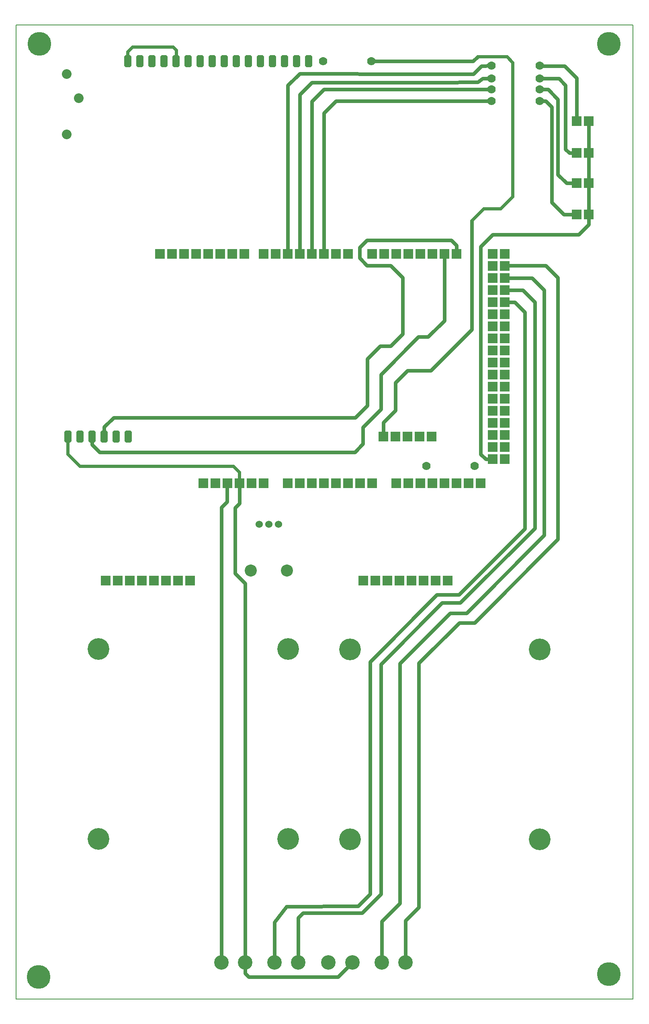
<source format=gbr>
G04 PROTEUS GERBER X2 FILE*
%TF.GenerationSoftware,Labcenter,Proteus,8.11-SP0-Build30052*%
%TF.CreationDate,2022-02-17T19:40:43+00:00*%
%TF.FileFunction,Copper,L1,Top*%
%TF.FilePolarity,Positive*%
%TF.Part,Single*%
%TF.SameCoordinates,{fa563668-36b4-49a2-8e21-0a91219477cd}*%
%FSLAX45Y45*%
%MOMM*%
G01*
%TA.AperFunction,NonConductor*%
%ADD10C,0.762000*%
%TA.AperFunction,Conductor*%
%ADD11C,0.635000*%
%ADD12C,0.762000*%
%TA.AperFunction,ComponentPad*%
%ADD13R,2.032000X2.032000*%
%TA.AperFunction,ComponentPad*%
%ADD14C,4.572000*%
%TA.AperFunction,ComponentPad*%
%ADD15C,3.048000*%
%AMDIL006*
4,1,8,
-0.762000,0.965200,-0.457200,1.270000,0.457200,1.270000,0.762000,0.965200,0.762000,-0.965200,
0.457200,-1.270000,-0.457200,-1.270000,-0.762000,-0.965200,-0.762000,0.965200,
0*%
%TA.AperFunction,ComponentPad*%
%ADD16DIL006*%
%TA.AperFunction,ComponentPad*%
%ADD17C,2.540000*%
%TA.AperFunction,ComponentPad*%
%ADD18C,2.032000*%
%TA.AperFunction,OtherPad,Unknown*%
%ADD19C,5.000000*%
%TA.AperFunction,ComponentPad*%
%ADD70C,1.524000*%
%TA.AperFunction,ComponentPad*%
%ADD71C,1.778000*%
%TA.AperFunction,Profile*%
%ADD20C,0.203200*%
%TD.AperFunction*%
D10*
X-1204000Y+5214000D02*
X-992000Y+5214000D01*
X-780000Y+5002000D01*
X-780000Y+450000D01*
X-2170000Y-940000D01*
X-2630000Y-940000D01*
X-4040000Y-2350000D01*
X-4040000Y-7236000D01*
X-4294000Y-7490000D01*
X-5800000Y-7500000D01*
X-6050000Y-7830000D01*
X-6050000Y-8680000D01*
X-1210000Y+5990000D02*
X-340000Y+5990000D01*
X-80000Y+5730000D01*
X-80000Y+230000D01*
X-1840000Y-1530000D01*
X-2160000Y-1530000D01*
X-3010000Y-2380000D01*
X-3010000Y-7520380D01*
X-3289620Y-7800000D01*
X-3289620Y-8680000D01*
D11*
X-9142000Y+10290000D02*
X-9142000Y+10482625D01*
X-9044625Y+10580000D01*
X-8185625Y+10580000D01*
X-8120000Y+10514375D01*
X-8120000Y+10417000D01*
X-8126000Y+10290000D01*
D10*
X-1204000Y+5468000D02*
X-824000Y+5468000D01*
X-570000Y+5214000D01*
X-570000Y+460000D01*
X-2140000Y-1110000D01*
X-2520000Y-1110000D01*
X-3810000Y-2400000D01*
X-3810000Y-7240000D01*
X-4210000Y-7640000D01*
X-5450000Y-7640000D01*
X-5549620Y-7739620D01*
X-5549620Y-8680000D01*
X-1204000Y+5722000D02*
X-623999Y+5720609D01*
X-370000Y+5466000D01*
X-370000Y+310000D01*
X-2010000Y-1330000D01*
X-2350000Y-1330000D01*
X-3410000Y-2390000D01*
X-3410000Y-7430000D01*
X-3790000Y-7810000D01*
X-3790000Y-8680000D01*
X-7050000Y+1410000D02*
X-7050000Y+1020380D01*
X-7170380Y+900000D01*
X-7170380Y-8680000D01*
X-4414620Y-8680000D02*
X-4714620Y-8980000D01*
X-6596200Y-8980000D01*
X-6670000Y-8906200D01*
X-6670000Y-8680000D01*
X-6790000Y+1400000D02*
X-6790000Y+980000D01*
X-6880000Y+890000D01*
X-6880000Y-490000D01*
X-6670000Y-700000D01*
X-6670000Y-8680000D01*
D11*
X-10406000Y+2388250D02*
X-10406000Y+2014000D01*
X-10152000Y+1760000D01*
X-6917200Y+1760000D01*
X-6790000Y+1632800D01*
X-6790000Y+1505600D01*
X-6792000Y+1404000D01*
D10*
X-2220000Y+6230000D02*
X-2220000Y+6413100D01*
X-2326900Y+6520000D01*
X-4104767Y+6520000D01*
X-4260000Y+6364767D01*
X-4260000Y+6145233D01*
X-4104767Y+5990000D01*
X-3604000Y+5990000D01*
X-3350000Y+5736000D01*
X-3350000Y+4550000D01*
X-3610000Y+4290000D01*
X-3830000Y+4290000D01*
X-4100000Y+4020000D01*
X-4100000Y+3044000D01*
X-4354000Y+2790000D01*
X-9443125Y+2790000D01*
X-9644000Y+2589125D01*
X-9644000Y+2388250D01*
X-2474000Y+6230000D02*
X-2474000Y+4826000D01*
X-2815000Y+4485000D01*
X-3021000Y+4485000D01*
X-3810000Y+3696000D01*
X-3810000Y+2960001D01*
X-4120001Y+2650000D01*
X-4122635Y+2650000D01*
X-4190000Y+2582635D01*
X-4190000Y+2232806D01*
X-4362806Y+2060000D01*
X-9740225Y+2060000D01*
X-9898000Y+2217775D01*
X-9898000Y+2388250D01*
X+569000Y+7060000D02*
X+569000Y+7720000D01*
X+569000Y+8360000D01*
X+569000Y+9030000D01*
X+315000Y+9030000D02*
X+315000Y+9936000D01*
X+61000Y+10190000D01*
X-480000Y+10190000D01*
X+315000Y+7060000D02*
X+44000Y+7060000D01*
X-210000Y+7314000D01*
X-210000Y+9325000D01*
X-335000Y+9450000D01*
X-460000Y+9450000D01*
X+315000Y+7720000D02*
X+102500Y+7720000D01*
X-80000Y+7902500D01*
X-80000Y+9482250D01*
X-289500Y+9691750D01*
X-469000Y+9691750D01*
X+315000Y+8360000D02*
X+157500Y+8360000D01*
X+80000Y+8437500D01*
X+80000Y+9780000D01*
X-61750Y+9921750D01*
X-469000Y+9921750D01*
X-1458000Y+1912000D02*
X-1603050Y+1912000D01*
X-1710000Y+2018950D01*
X-1710000Y+6386000D01*
X-1456000Y+6640000D01*
X+359000Y+6640000D01*
X+569000Y+6850000D01*
X+569000Y+7060000D01*
X-5268000Y+6230000D02*
X-5268000Y+9437750D01*
X-5014000Y+9691750D01*
X-1485000Y+9691750D01*
X-5014000Y+6230000D02*
X-5014000Y+9197750D01*
X-4760000Y+9451750D01*
X-1485000Y+9451750D01*
X-5776000Y+6230000D02*
X-5776000Y+9776000D01*
X-5522002Y+10029075D01*
X-3030000Y+10020000D01*
X-1860000Y+10020000D01*
X-1690000Y+10190000D01*
X-1485000Y+10191750D01*
X-5522000Y+6230000D02*
X-5522000Y+9586000D01*
X-5268001Y+9839400D01*
X-2589998Y+9839978D01*
X-1770000Y+9850000D01*
X-1669963Y+9920988D01*
X-1485000Y+9921750D01*
D12*
X-3758000Y+2388250D02*
X-3758000Y+2682000D01*
X-3501522Y+2938478D01*
X-3501249Y+3525999D01*
X-3247131Y+3779999D01*
X-2760000Y+3780000D01*
X-1900000Y+4640000D01*
X-1900000Y+6926000D01*
D11*
X-1646000Y+7180000D01*
X-1284000Y+7180000D01*
X-1030000Y+7434000D01*
X-1030000Y+10256000D01*
X-1154000Y+10380000D01*
X-1770000Y+10380000D01*
D12*
X-1870000Y+10290000D01*
X-4010000Y+10288151D01*
D13*
X-9608000Y-640000D03*
X-9354000Y-640000D03*
X-9100000Y-640000D03*
X-8846000Y-640000D03*
X-8592000Y-640000D03*
X-8338000Y-640000D03*
X-8084000Y-640000D03*
X-7830000Y-640000D03*
X-4183000Y-640000D03*
X-3929000Y-640000D03*
X-3675000Y-640000D03*
X-3421000Y-640000D03*
X-3167000Y-640000D03*
X-2913000Y-640000D03*
X-2659000Y-640000D03*
X-2405000Y-640000D03*
D14*
X-464000Y-6090000D03*
X-4464000Y-6090000D03*
X-4464000Y-2090000D03*
X-464000Y-2090000D03*
X-5764000Y-6080000D03*
X-9764000Y-6080000D03*
X-9764000Y-2080000D03*
X-5764000Y-2080000D03*
D15*
X-3790000Y-8680000D03*
X-3289620Y-8680000D03*
X-7170380Y-8680000D03*
X-6670000Y-8680000D03*
X-6050000Y-8680000D03*
X-5549620Y-8680000D03*
X-4915000Y-8680000D03*
X-4414620Y-8680000D03*
D16*
X-9142000Y+10290000D03*
X-8888000Y+10290000D03*
X-8634000Y+10290000D03*
X-8380000Y+10290000D03*
X-8126000Y+10290000D03*
X-7872000Y+10290000D03*
X-7618000Y+10290000D03*
X-7364000Y+10290000D03*
X-7112000Y+10290000D03*
X-6858000Y+10290000D03*
X-6604000Y+10290000D03*
X-6350000Y+10290000D03*
X-6096000Y+10290000D03*
X-5842000Y+10290000D03*
X-5590000Y+10290000D03*
X-5336000Y+10290000D03*
D13*
X-3758000Y+2388250D03*
X-3504000Y+2388250D03*
X-3250000Y+2388250D03*
X-2996000Y+2388250D03*
X-2742000Y+2388250D03*
D17*
X-6552000Y-430000D03*
X-5790000Y-430000D03*
D18*
X-10430000Y+8750000D03*
X-10430000Y+10020000D03*
X-10176000Y+9512000D03*
D19*
X-11020000Y-8980000D03*
X+990000Y-8927500D03*
X-11010000Y+10647500D03*
X+990000Y+10647500D03*
D70*
X-6374200Y+540000D03*
X-6171000Y+540000D03*
X-5967800Y+540000D03*
D71*
X-1840000Y+1770000D03*
X-2856000Y+1770000D03*
X-5026000Y+10288151D03*
X-4010000Y+10288151D03*
D13*
X-7554000Y+1404000D03*
X-7300000Y+1404000D03*
X-7046000Y+1404000D03*
X-6792000Y+1404000D03*
X-6538000Y+1404000D03*
X-6284000Y+1404000D03*
X-5776000Y+1404000D03*
X-5522000Y+1404000D03*
X-5268000Y+1404000D03*
X-5014000Y+1404000D03*
X-4760000Y+1404000D03*
X-4506000Y+1404000D03*
X-4252000Y+1404000D03*
X-3998000Y+1404000D03*
X-3490000Y+1404000D03*
X-3236000Y+1404000D03*
X-2982000Y+1404000D03*
X-2728000Y+1404000D03*
X-2474000Y+1404000D03*
X-2220000Y+1404000D03*
X-1966000Y+1404000D03*
X-1712000Y+1404000D03*
X-1458000Y+1912000D03*
X-1458000Y+2166000D03*
X-1458000Y+2420000D03*
X-1458000Y+2674000D03*
X-1458000Y+2928000D03*
X-1458000Y+3182000D03*
X-1458000Y+3436000D03*
X-1458000Y+3690000D03*
X-1458000Y+3944000D03*
X-1458000Y+4198000D03*
X-1458000Y+4452000D03*
X-1458000Y+4706000D03*
X-1458000Y+4960000D03*
X-1458000Y+5214000D03*
X-1458000Y+5468000D03*
X-1458000Y+5722000D03*
X-1458000Y+5976000D03*
X-1458000Y+6230000D03*
X-1204000Y+1912000D03*
X-1204000Y+2166000D03*
X-1204000Y+2420000D03*
X-1204000Y+2674000D03*
X-1204000Y+2928000D03*
X-1204000Y+3182000D03*
X-1204000Y+3436000D03*
X-1204000Y+3690000D03*
X-1204000Y+3944000D03*
X-1204000Y+4198000D03*
X-1204000Y+4452000D03*
X-1204000Y+4706000D03*
X-1204000Y+4960000D03*
X-1204000Y+5214000D03*
X-1204000Y+5468000D03*
X-1204000Y+5722000D03*
X-1204000Y+5976000D03*
X-1204000Y+6230000D03*
X-2220000Y+6230000D03*
X-2474000Y+6230000D03*
X-2728000Y+6230000D03*
X-2982000Y+6230000D03*
X-3236000Y+6230000D03*
X-3490000Y+6230000D03*
X-3744000Y+6230000D03*
X-3998000Y+6230000D03*
X-4506000Y+6230000D03*
X-4760000Y+6230000D03*
X-5014000Y+6230000D03*
X-5268000Y+6230000D03*
X-5522000Y+6230000D03*
X-5776000Y+6230000D03*
X-6030000Y+6230000D03*
X-6284000Y+6230000D03*
X-6690400Y+6230000D03*
X-6944400Y+6230000D03*
X-7198400Y+6230000D03*
X-7452400Y+6230000D03*
X-7706400Y+6230000D03*
X-7960400Y+6230000D03*
X-8214400Y+6230000D03*
X-8468400Y+6230000D03*
D16*
X-9136000Y+2388250D03*
X-9390000Y+2388250D03*
X-9644000Y+2388250D03*
X-9898000Y+2388250D03*
X-10152000Y+2388250D03*
X-10406000Y+2388250D03*
D13*
X+315000Y+9030000D03*
X+569000Y+9030000D03*
X+315000Y+8360000D03*
X+569000Y+8360000D03*
X+315000Y+7720000D03*
X+569000Y+7720000D03*
X+315000Y+7060000D03*
X+569000Y+7060000D03*
D71*
X-1485000Y+9451750D03*
X-469000Y+9451750D03*
X-1485000Y+9691750D03*
X-469000Y+9691750D03*
X-1485000Y+9921750D03*
X-469000Y+9921750D03*
X-1485000Y+10191750D03*
X-469000Y+10191750D03*
D20*
X-11500000Y-9450000D02*
X+1500000Y-9450000D01*
X+1500000Y+11050000D01*
X-11500000Y+11050000D01*
X-11500000Y-9450000D01*
M02*

</source>
